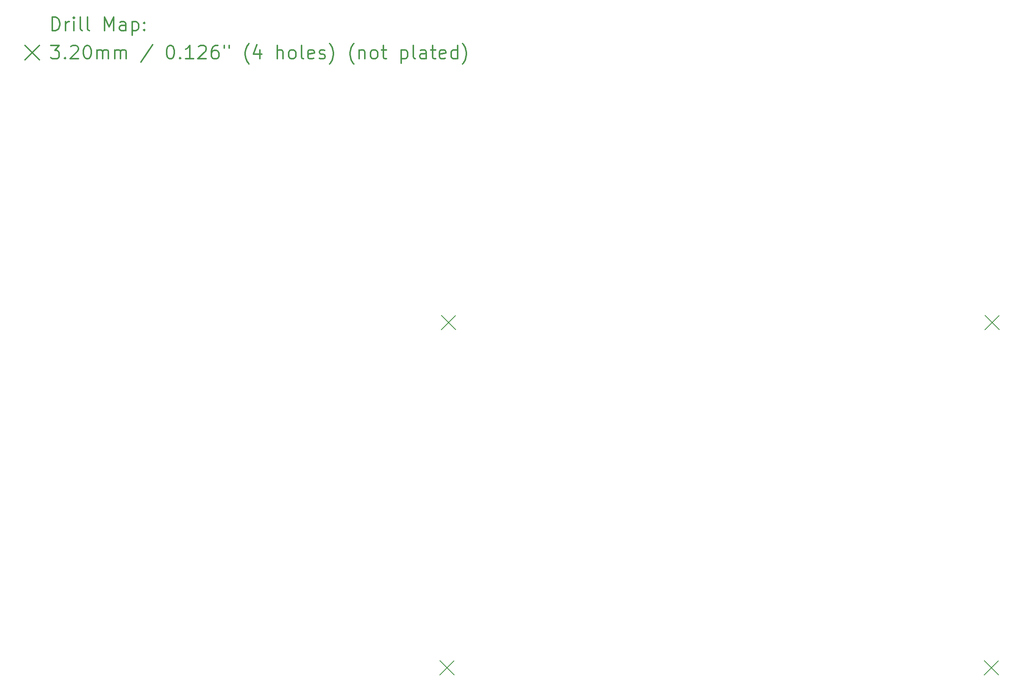
<source format=gbr>
%FSLAX45Y45*%
G04 Gerber Fmt 4.5, Leading zero omitted, Abs format (unit mm)*
G04 Created by KiCad (PCBNEW (5.1.4)-1) date 2021-10-08 21:51:13*
%MOMM*%
%LPD*%
G04 APERTURE LIST*
%ADD10C,0.200000*%
%ADD11C,0.300000*%
G04 APERTURE END LIST*
D10*
X8984000Y-6831350D02*
X9304000Y-7151350D01*
X9304000Y-6831350D02*
X8984000Y-7151350D01*
X8952250Y-14559300D02*
X9272250Y-14879300D01*
X9272250Y-14559300D02*
X8952250Y-14879300D01*
X21118850Y-14559300D02*
X21438850Y-14879300D01*
X21438850Y-14559300D02*
X21118850Y-14879300D01*
X21131550Y-6831350D02*
X21451550Y-7151350D01*
X21451550Y-6831350D02*
X21131550Y-7151350D01*
D11*
X286429Y-465714D02*
X286429Y-165714D01*
X357857Y-165714D01*
X400714Y-180000D01*
X429286Y-208571D01*
X443571Y-237143D01*
X457857Y-294286D01*
X457857Y-337143D01*
X443571Y-394286D01*
X429286Y-422857D01*
X400714Y-451428D01*
X357857Y-465714D01*
X286429Y-465714D01*
X586429Y-465714D02*
X586429Y-265714D01*
X586429Y-322857D02*
X600714Y-294286D01*
X615000Y-280000D01*
X643571Y-265714D01*
X672143Y-265714D01*
X772143Y-465714D02*
X772143Y-265714D01*
X772143Y-165714D02*
X757857Y-180000D01*
X772143Y-194286D01*
X786428Y-180000D01*
X772143Y-165714D01*
X772143Y-194286D01*
X957857Y-465714D02*
X929286Y-451428D01*
X915000Y-422857D01*
X915000Y-165714D01*
X1115000Y-465714D02*
X1086429Y-451428D01*
X1072143Y-422857D01*
X1072143Y-165714D01*
X1457857Y-465714D02*
X1457857Y-165714D01*
X1557857Y-380000D01*
X1657857Y-165714D01*
X1657857Y-465714D01*
X1929286Y-465714D02*
X1929286Y-308571D01*
X1915000Y-280000D01*
X1886428Y-265714D01*
X1829286Y-265714D01*
X1800714Y-280000D01*
X1929286Y-451428D02*
X1900714Y-465714D01*
X1829286Y-465714D01*
X1800714Y-451428D01*
X1786428Y-422857D01*
X1786428Y-394286D01*
X1800714Y-365714D01*
X1829286Y-351428D01*
X1900714Y-351428D01*
X1929286Y-337143D01*
X2072143Y-265714D02*
X2072143Y-565714D01*
X2072143Y-280000D02*
X2100714Y-265714D01*
X2157857Y-265714D01*
X2186429Y-280000D01*
X2200714Y-294286D01*
X2215000Y-322857D01*
X2215000Y-408571D01*
X2200714Y-437143D01*
X2186429Y-451428D01*
X2157857Y-465714D01*
X2100714Y-465714D01*
X2072143Y-451428D01*
X2343571Y-437143D02*
X2357857Y-451428D01*
X2343571Y-465714D01*
X2329286Y-451428D01*
X2343571Y-437143D01*
X2343571Y-465714D01*
X2343571Y-280000D02*
X2357857Y-294286D01*
X2343571Y-308571D01*
X2329286Y-294286D01*
X2343571Y-280000D01*
X2343571Y-308571D01*
X-320000Y-800000D02*
X0Y-1120000D01*
X0Y-800000D02*
X-320000Y-1120000D01*
X257857Y-795714D02*
X443571Y-795714D01*
X343571Y-910000D01*
X386428Y-910000D01*
X415000Y-924286D01*
X429286Y-938571D01*
X443571Y-967143D01*
X443571Y-1038571D01*
X429286Y-1067143D01*
X415000Y-1081429D01*
X386428Y-1095714D01*
X300714Y-1095714D01*
X272143Y-1081429D01*
X257857Y-1067143D01*
X572143Y-1067143D02*
X586429Y-1081429D01*
X572143Y-1095714D01*
X557857Y-1081429D01*
X572143Y-1067143D01*
X572143Y-1095714D01*
X700714Y-824286D02*
X715000Y-810000D01*
X743571Y-795714D01*
X815000Y-795714D01*
X843571Y-810000D01*
X857857Y-824286D01*
X872143Y-852857D01*
X872143Y-881428D01*
X857857Y-924286D01*
X686429Y-1095714D01*
X872143Y-1095714D01*
X1057857Y-795714D02*
X1086429Y-795714D01*
X1115000Y-810000D01*
X1129286Y-824286D01*
X1143571Y-852857D01*
X1157857Y-910000D01*
X1157857Y-981428D01*
X1143571Y-1038571D01*
X1129286Y-1067143D01*
X1115000Y-1081429D01*
X1086429Y-1095714D01*
X1057857Y-1095714D01*
X1029286Y-1081429D01*
X1015000Y-1067143D01*
X1000714Y-1038571D01*
X986428Y-981428D01*
X986428Y-910000D01*
X1000714Y-852857D01*
X1015000Y-824286D01*
X1029286Y-810000D01*
X1057857Y-795714D01*
X1286429Y-1095714D02*
X1286429Y-895714D01*
X1286429Y-924286D02*
X1300714Y-910000D01*
X1329286Y-895714D01*
X1372143Y-895714D01*
X1400714Y-910000D01*
X1415000Y-938571D01*
X1415000Y-1095714D01*
X1415000Y-938571D02*
X1429286Y-910000D01*
X1457857Y-895714D01*
X1500714Y-895714D01*
X1529286Y-910000D01*
X1543571Y-938571D01*
X1543571Y-1095714D01*
X1686428Y-1095714D02*
X1686428Y-895714D01*
X1686428Y-924286D02*
X1700714Y-910000D01*
X1729286Y-895714D01*
X1772143Y-895714D01*
X1800714Y-910000D01*
X1815000Y-938571D01*
X1815000Y-1095714D01*
X1815000Y-938571D02*
X1829286Y-910000D01*
X1857857Y-895714D01*
X1900714Y-895714D01*
X1929286Y-910000D01*
X1943571Y-938571D01*
X1943571Y-1095714D01*
X2529286Y-781428D02*
X2272143Y-1167143D01*
X2915000Y-795714D02*
X2943571Y-795714D01*
X2972143Y-810000D01*
X2986428Y-824286D01*
X3000714Y-852857D01*
X3015000Y-910000D01*
X3015000Y-981428D01*
X3000714Y-1038571D01*
X2986428Y-1067143D01*
X2972143Y-1081429D01*
X2943571Y-1095714D01*
X2915000Y-1095714D01*
X2886428Y-1081429D01*
X2872143Y-1067143D01*
X2857857Y-1038571D01*
X2843571Y-981428D01*
X2843571Y-910000D01*
X2857857Y-852857D01*
X2872143Y-824286D01*
X2886428Y-810000D01*
X2915000Y-795714D01*
X3143571Y-1067143D02*
X3157857Y-1081429D01*
X3143571Y-1095714D01*
X3129286Y-1081429D01*
X3143571Y-1067143D01*
X3143571Y-1095714D01*
X3443571Y-1095714D02*
X3272143Y-1095714D01*
X3357857Y-1095714D02*
X3357857Y-795714D01*
X3329286Y-838571D01*
X3300714Y-867143D01*
X3272143Y-881428D01*
X3557857Y-824286D02*
X3572143Y-810000D01*
X3600714Y-795714D01*
X3672143Y-795714D01*
X3700714Y-810000D01*
X3715000Y-824286D01*
X3729286Y-852857D01*
X3729286Y-881428D01*
X3715000Y-924286D01*
X3543571Y-1095714D01*
X3729286Y-1095714D01*
X3986428Y-795714D02*
X3929286Y-795714D01*
X3900714Y-810000D01*
X3886428Y-824286D01*
X3857857Y-867143D01*
X3843571Y-924286D01*
X3843571Y-1038571D01*
X3857857Y-1067143D01*
X3872143Y-1081429D01*
X3900714Y-1095714D01*
X3957857Y-1095714D01*
X3986428Y-1081429D01*
X4000714Y-1067143D01*
X4015000Y-1038571D01*
X4015000Y-967143D01*
X4000714Y-938571D01*
X3986428Y-924286D01*
X3957857Y-910000D01*
X3900714Y-910000D01*
X3872143Y-924286D01*
X3857857Y-938571D01*
X3843571Y-967143D01*
X4129286Y-795714D02*
X4129286Y-852857D01*
X4243571Y-795714D02*
X4243571Y-852857D01*
X4686429Y-1210000D02*
X4672143Y-1195714D01*
X4643571Y-1152857D01*
X4629286Y-1124286D01*
X4615000Y-1081429D01*
X4600714Y-1010000D01*
X4600714Y-952857D01*
X4615000Y-881428D01*
X4629286Y-838571D01*
X4643571Y-810000D01*
X4672143Y-767143D01*
X4686429Y-752857D01*
X4929286Y-895714D02*
X4929286Y-1095714D01*
X4857857Y-781428D02*
X4786429Y-995714D01*
X4972143Y-995714D01*
X5315000Y-1095714D02*
X5315000Y-795714D01*
X5443571Y-1095714D02*
X5443571Y-938571D01*
X5429286Y-910000D01*
X5400714Y-895714D01*
X5357857Y-895714D01*
X5329286Y-910000D01*
X5315000Y-924286D01*
X5629286Y-1095714D02*
X5600714Y-1081429D01*
X5586429Y-1067143D01*
X5572143Y-1038571D01*
X5572143Y-952857D01*
X5586429Y-924286D01*
X5600714Y-910000D01*
X5629286Y-895714D01*
X5672143Y-895714D01*
X5700714Y-910000D01*
X5715000Y-924286D01*
X5729286Y-952857D01*
X5729286Y-1038571D01*
X5715000Y-1067143D01*
X5700714Y-1081429D01*
X5672143Y-1095714D01*
X5629286Y-1095714D01*
X5900714Y-1095714D02*
X5872143Y-1081429D01*
X5857857Y-1052857D01*
X5857857Y-795714D01*
X6129286Y-1081429D02*
X6100714Y-1095714D01*
X6043571Y-1095714D01*
X6015000Y-1081429D01*
X6000714Y-1052857D01*
X6000714Y-938571D01*
X6015000Y-910000D01*
X6043571Y-895714D01*
X6100714Y-895714D01*
X6129286Y-910000D01*
X6143571Y-938571D01*
X6143571Y-967143D01*
X6000714Y-995714D01*
X6257857Y-1081429D02*
X6286428Y-1095714D01*
X6343571Y-1095714D01*
X6372143Y-1081429D01*
X6386428Y-1052857D01*
X6386428Y-1038571D01*
X6372143Y-1010000D01*
X6343571Y-995714D01*
X6300714Y-995714D01*
X6272143Y-981428D01*
X6257857Y-952857D01*
X6257857Y-938571D01*
X6272143Y-910000D01*
X6300714Y-895714D01*
X6343571Y-895714D01*
X6372143Y-910000D01*
X6486428Y-1210000D02*
X6500714Y-1195714D01*
X6529286Y-1152857D01*
X6543571Y-1124286D01*
X6557857Y-1081429D01*
X6572143Y-1010000D01*
X6572143Y-952857D01*
X6557857Y-881428D01*
X6543571Y-838571D01*
X6529286Y-810000D01*
X6500714Y-767143D01*
X6486428Y-752857D01*
X7029286Y-1210000D02*
X7015000Y-1195714D01*
X6986428Y-1152857D01*
X6972143Y-1124286D01*
X6957857Y-1081429D01*
X6943571Y-1010000D01*
X6943571Y-952857D01*
X6957857Y-881428D01*
X6972143Y-838571D01*
X6986428Y-810000D01*
X7015000Y-767143D01*
X7029286Y-752857D01*
X7143571Y-895714D02*
X7143571Y-1095714D01*
X7143571Y-924286D02*
X7157857Y-910000D01*
X7186428Y-895714D01*
X7229286Y-895714D01*
X7257857Y-910000D01*
X7272143Y-938571D01*
X7272143Y-1095714D01*
X7457857Y-1095714D02*
X7429286Y-1081429D01*
X7415000Y-1067143D01*
X7400714Y-1038571D01*
X7400714Y-952857D01*
X7415000Y-924286D01*
X7429286Y-910000D01*
X7457857Y-895714D01*
X7500714Y-895714D01*
X7529286Y-910000D01*
X7543571Y-924286D01*
X7557857Y-952857D01*
X7557857Y-1038571D01*
X7543571Y-1067143D01*
X7529286Y-1081429D01*
X7500714Y-1095714D01*
X7457857Y-1095714D01*
X7643571Y-895714D02*
X7757857Y-895714D01*
X7686428Y-795714D02*
X7686428Y-1052857D01*
X7700714Y-1081429D01*
X7729286Y-1095714D01*
X7757857Y-1095714D01*
X8086428Y-895714D02*
X8086428Y-1195714D01*
X8086428Y-910000D02*
X8115000Y-895714D01*
X8172143Y-895714D01*
X8200714Y-910000D01*
X8215000Y-924286D01*
X8229286Y-952857D01*
X8229286Y-1038571D01*
X8215000Y-1067143D01*
X8200714Y-1081429D01*
X8172143Y-1095714D01*
X8115000Y-1095714D01*
X8086428Y-1081429D01*
X8400714Y-1095714D02*
X8372143Y-1081429D01*
X8357857Y-1052857D01*
X8357857Y-795714D01*
X8643571Y-1095714D02*
X8643571Y-938571D01*
X8629286Y-910000D01*
X8600714Y-895714D01*
X8543571Y-895714D01*
X8515000Y-910000D01*
X8643571Y-1081429D02*
X8615000Y-1095714D01*
X8543571Y-1095714D01*
X8515000Y-1081429D01*
X8500714Y-1052857D01*
X8500714Y-1024286D01*
X8515000Y-995714D01*
X8543571Y-981428D01*
X8615000Y-981428D01*
X8643571Y-967143D01*
X8743571Y-895714D02*
X8857857Y-895714D01*
X8786429Y-795714D02*
X8786429Y-1052857D01*
X8800714Y-1081429D01*
X8829286Y-1095714D01*
X8857857Y-1095714D01*
X9072143Y-1081429D02*
X9043571Y-1095714D01*
X8986429Y-1095714D01*
X8957857Y-1081429D01*
X8943571Y-1052857D01*
X8943571Y-938571D01*
X8957857Y-910000D01*
X8986429Y-895714D01*
X9043571Y-895714D01*
X9072143Y-910000D01*
X9086429Y-938571D01*
X9086429Y-967143D01*
X8943571Y-995714D01*
X9343571Y-1095714D02*
X9343571Y-795714D01*
X9343571Y-1081429D02*
X9315000Y-1095714D01*
X9257857Y-1095714D01*
X9229286Y-1081429D01*
X9215000Y-1067143D01*
X9200714Y-1038571D01*
X9200714Y-952857D01*
X9215000Y-924286D01*
X9229286Y-910000D01*
X9257857Y-895714D01*
X9315000Y-895714D01*
X9343571Y-910000D01*
X9457857Y-1210000D02*
X9472143Y-1195714D01*
X9500714Y-1152857D01*
X9515000Y-1124286D01*
X9529286Y-1081429D01*
X9543571Y-1010000D01*
X9543571Y-952857D01*
X9529286Y-881428D01*
X9515000Y-838571D01*
X9500714Y-810000D01*
X9472143Y-767143D01*
X9457857Y-752857D01*
M02*

</source>
